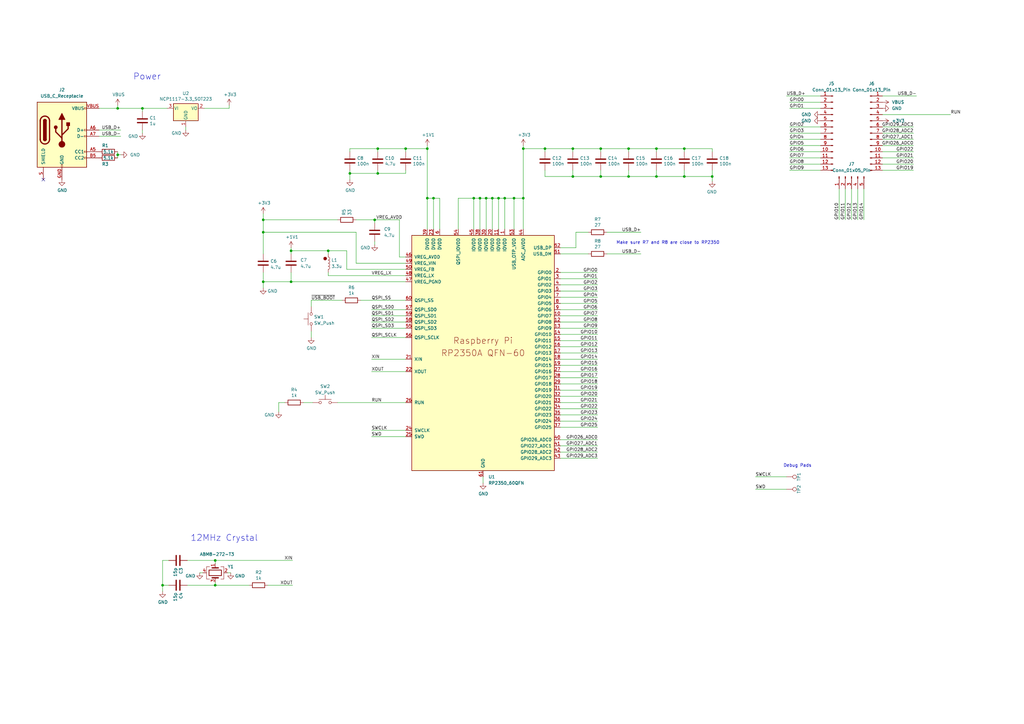
<source format=kicad_sch>
(kicad_sch (version 20250114) (generator "eeschema") (generator_version "9.0")
  (paper "A3")
  (title_block (title "DIPSTICKPRO 2354") (date "2026-01-28") (rev "0") (company "moth.monster"))
  (lib_symbols
    (symbol "+3V3_1" (power) (pin_numbers (hide yes)) (pin_names (offset 0) (hide yes))
      (property "Value" "+3V3" (at 0 3.556 0))
      (symbol "+3V3_1_0_1"
        (polyline (pts (xy -0.762 1.27) (xy 0 2.54)))
        (polyline (pts (xy 0 2.54) (xy 0.762 1.27)))
        (polyline (pts (xy 0 0) (xy 0 2.54)))
      )
      (symbol "+3V3_1_1_1"
        (pin power_in line (at 0 0 90) (length 0) (name "~") (number "1"))
      )
    )
    (symbol "Connector:Conn_01x05_Pin" (pin_names (offset 1.016) (hide yes))
      (property "Reference" "J" (at 0 7.62 0))
      (property "Value" "Conn_01x05_Pin" (at 0 -7.62 0))
      (symbol "Conn_01x05_Pin_1_1"
        (rectangle (start 0.8636 5.207) (end 0 4.953) (stroke (width 0.1524)) (fill (type outline)))
        (rectangle (start 0.8636 2.667) (end 0 2.413) (stroke (width 0.1524)) (fill (type outline)))
        (rectangle (start 0.8636 0.127) (end 0 -0.127) (stroke (width 0.1524)) (fill (type outline)))
        (rectangle (start 0.8636 -2.413) (end 0 -2.667) (stroke (width 0.1524)) (fill (type outline)))
        (rectangle (start 0.8636 -4.953) (end 0 -5.207) (stroke (width 0.1524)) (fill (type outline)))
        (polyline (pts (xy 1.27 5.08) (xy 0.8636 5.08)) (stroke (width 0.1524)))
        (polyline (pts (xy 1.27 2.54) (xy 0.8636 2.54)) (stroke (width 0.1524)))
        (polyline (pts (xy 1.27 0) (xy 0.8636 0)) (stroke (width 0.1524)))
        (polyline (pts (xy 1.27 -2.54) (xy 0.8636 -2.54)) (stroke (width 0.1524)))
        (polyline (pts (xy 1.27 -5.08) (xy 0.8636 -5.08)) (stroke (width 0.1524)))
        (pin passive line (at 5.08 5.08 180) (length 3.81) (name "Pin_1") (number "1"))
        (pin passive line (at 5.08 2.54 180) (length 3.81) (name "Pin_2") (number "2"))
        (pin passive line (at 5.08 0 180) (length 3.81) (name "Pin_3") (number "3"))
        (pin passive line (at 5.08 -2.54 180) (length 3.81) (name "Pin_4") (number "4"))
        (pin passive line (at 5.08 -5.08 180) (length 3.81) (name "Pin_5") (number "5"))
      )
    )
    (symbol "Connector:Conn_01x13_Pin" (pin_names (offset 1.016) (hide yes))
      (property "Reference" "J" (at 0 17.78 0))
      (property "Value" "Conn_01x13_Pin" (at 0 -17.78 0))
      (symbol "Conn_01x13_Pin_1_1"
        (rectangle (start 0.8636 15.367) (end 0 15.113) (stroke (width 0.1524)) (fill (type outline)))
        (rectangle (start 0.8636 12.827) (end 0 12.573) (stroke (width 0.1524)) (fill (type outline)))
        (rectangle (start 0.8636 10.287) (end 0 10.033) (stroke (width 0.1524)) (fill (type outline)))
        (rectangle (start 0.8636 7.747) (end 0 7.493) (stroke (width 0.1524)) (fill (type outline)))
        (rectangle (start 0.8636 5.207) (end 0 4.953) (stroke (width 0.1524)) (fill (type outline)))
        (rectangle (start 0.8636 2.667) (end 0 2.413) (stroke (width 0.1524)) (fill (type outline)))
        (rectangle (start 0.8636 0.127) (end 0 -0.127) (stroke (width 0.1524)) (fill (type outline)))
        (rectangle (start 0.8636 -2.413) (end 0 -2.667) (stroke (width 0.1524)) (fill (type outline)))
        (rectangle (start 0.8636 -4.953) (end 0 -5.207) (stroke (width 0.1524)) (fill (type outline)))
        (rectangle (start 0.8636 -7.493) (end 0 -7.747) (stroke (width 0.1524)) (fill (type outline)))
        (rectangle (start 0.8636 -10.033) (end 0 -10.287) (stroke (width 0.1524)) (fill (type outline)))
        (rectangle (start 0.8636 -12.573) (end 0 -12.827) (stroke (width 0.1524)) (fill (type outline)))
        (rectangle (start 0.8636 -15.113) (end 0 -15.367) (stroke (width 0.1524)) (fill (type outline)))
        (polyline (pts (xy 1.27 15.24) (xy 0.8636 15.24)) (stroke (width 0.1524)))
        (polyline (pts (xy 1.27 12.7) (xy 0.8636 12.7)) (stroke (width 0.1524)))
        (polyline (pts (xy 1.27 10.16) (xy 0.8636 10.16)) (stroke (width 0.1524)))
        (polyline (pts (xy 1.27 7.62) (xy 0.8636 7.62)) (stroke (width 0.1524)))
        (polyline (pts (xy 1.27 5.08) (xy 0.8636 5.08)) (stroke (width 0.1524)))
        (polyline (pts (xy 1.27 2.54) (xy 0.8636 2.54)) (stroke (width 0.1524)))
        (polyline (pts (xy 1.27 0) (xy 0.8636 0)) (stroke (width 0.1524)))
        (polyline (pts (xy 1.27 -2.54) (xy 0.8636 -2.54)) (stroke (width 0.1524)))
        (polyline (pts (xy 1.27 -5.08) (xy 0.8636 -5.08)) (stroke (width 0.1524)))
        (polyline (pts (xy 1.27 -7.62) (xy 0.8636 -7.62)) (stroke (width 0.1524)))
        (polyline (pts (xy 1.27 -10.16) (xy 0.8636 -10.16)) (stroke (width 0.1524)))
        (polyline (pts (xy 1.27 -12.7) (xy 0.8636 -12.7)) (stroke (width 0.1524)))
        (polyline (pts (xy 1.27 -15.24) (xy 0.8636 -15.24)) (stroke (width 0.1524)))
        (pin passive line (at 5.08 15.24 180) (length 3.81) (name "Pin_1") (number "1"))
        (pin passive line (at 5.08 12.7 180) (length 3.81) (name "Pin_2") (number "2"))
        (pin passive line (at 5.08 10.16 180) (length 3.81) (name "Pin_3") (number "3"))
        (pin passive line (at 5.08 7.62 180) (length 3.81) (name "Pin_4") (number "4"))
        (pin passive line (at 5.08 5.08 180) (length 3.81) (name "Pin_5") (number "5"))
        (pin passive line (at 5.08 2.54 180) (length 3.81) (name "Pin_6") (number "6"))
        (pin passive line (at 5.08 0 180) (length 3.81) (name "Pin_7") (number "7"))
        (pin passive line (at 5.08 -2.54 180) (length 3.81) (name "Pin_8") (number "8"))
        (pin passive line (at 5.08 -5.08 180) (length 3.81) (name "Pin_9") (number "9"))
        (pin passive line (at 5.08 -7.62 180) (length 3.81) (name "Pin_10") (number "10"))
        (pin passive line (at 5.08 -10.16 180) (length 3.81) (name "Pin_11") (number "11"))
        (pin passive line (at 5.08 -12.7 180) (length 3.81) (name "Pin_12") (number "12"))
        (pin passive line (at 5.08 -15.24 180) (length 3.81) (name "Pin_13") (number "13"))
      )
    )
    (symbol "Device:C" (pin_numbers (hide yes)) (pin_names (offset 0.254))
      (property "Reference" "C" (at 0.635 2.54 0))
      (property "Value" "C" (at 0.635 -2.54 0))
      (symbol "C_0_1"
        (polyline (pts (xy -2.032 0.762) (xy 2.032 0.762)) (stroke (width 0.508)))
        (polyline (pts (xy -2.032 -0.762) (xy 2.032 -0.762)) (stroke (width 0.508)))
      )
      (symbol "C_1_1"
        (pin passive line (at 0 3.81 270) (length 2.794) (name "~") (number "1"))
        (pin passive line (at 0 -3.81 90) (length 2.794) (name "~") (number "2"))
      )
    )
    (symbol "Device:Crystal_GND24" (pin_names (offset 1.016) (hide yes))
      (property "Reference" "Y" (at 3.175 5.08 0))
      (property "Value" "Crystal_GND24" (at 3.175 3.175 0))
      (symbol "Crystal_GND24_0_1"
        (polyline (pts (xy -2.54 2.286) (xy -2.54 3.556) (xy 2.54 3.556) (xy 2.54 2.286)))
        (polyline (pts (xy -2.54 0) (xy -2.032 0)))
        (polyline (pts (xy -2.54 -2.286) (xy -2.54 -3.556) (xy 2.54 -3.556) (xy 2.54 -2.286)))
        (polyline (pts (xy -2.032 -1.27) (xy -2.032 1.27)) (stroke (width 0.508)))
        (rectangle (start -1.143 2.54) (end 1.143 -2.54) (stroke (width 0.3048)))
        (polyline (pts (xy 0 3.556) (xy 0 3.81)))
        (polyline (pts (xy 0 -3.81) (xy 0 -3.556)))
        (polyline (pts (xy 2.032 0) (xy 2.54 0)))
        (polyline (pts (xy 2.032 -1.27) (xy 2.032 1.27)) (stroke (width 0.508)))
      )
      (symbol "Crystal_GND24_1_1"
        (pin passive line (at -3.81 0 0) (length 1.27) (name "1") (number "1"))
        (pin passive line (at 0 5.08 270) (length 1.27) (name "2") (number "2"))
        (pin passive line (at 0 -5.08 90) (length 1.27) (name "4") (number "4"))
        (pin passive line (at 3.81 0 180) (length 1.27) (name "3") (number "3"))
      )
    )
    (symbol "Device:L" (pin_numbers (hide yes)) (pin_names (offset 1.016) (hide yes))
      (property "Reference" "L" (at -1.27 0 90))
      (property "Value" "L" (at 1.905 0 90))
      (symbol "L_0_1"
        (arc (start 0 2.54) (mid 0.6323 1.905) (end 0 1.27))
        (arc (start 0 1.27) (mid 0.6323 0.635) (end 0 0))
        (arc (start 0 0) (mid 0.6323 -0.635) (end 0 -1.27))
        (arc (start 0 -1.27) (mid 0.6323 -1.905) (end 0 -2.54))
      )
      (symbol "L_1_1"
        (pin passive line (at 0 3.81 270) (length 1.27) (name "1") (number "1"))
        (pin passive line (at 0 -3.81 90) (length 1.27) (name "2") (number "2"))
      )
    )
    (symbol "Device:R" (pin_numbers (hide yes)) (pin_names (offset 0))
      (property "Reference" "R" (at 2.032 0 90))
      (property "Value" "R" (at 0 0 90))
      (symbol "R_0_1"
        (rectangle (start -1.016 -2.54) (end 1.016 2.54) (stroke (width 0.254)))
      )
      (symbol "R_1_1"
        (pin passive line (at 0 3.81 270) (length 1.27) (name "~") (number "1"))
        (pin passive line (at 0 -3.81 90) (length 1.27) (name "~") (number "2"))
      )
    )
    (symbol "GND_1" (power) (pin_numbers (hide yes)) (pin_names (offset 0) (hide yes))
      (property "Value" "GND" (at 0 -3.81 0))
      (symbol "GND_1_0_1"
        (polyline (pts (xy 0 0) (xy 0 -1.27) (xy 1.27 -1.27) (xy 0 -2.54) (xy -1.27 -1.27) (xy 0 -1.27)))
      )
      (symbol "GND_1_1_1"
        (pin power_in line (at 0 0 270) (length 0) (name "~") (number "1"))
      )
    )
    (symbol "GND_2" (power) (pin_numbers (hide yes)) (pin_names (offset 0) (hide yes))
      (property "Value" "GND" (at 0 -3.81 0))
      (symbol "GND_2_0_1"
        (polyline (pts (xy 0 0) (xy 0 -1.27) (xy 1.27 -1.27) (xy 0 -2.54) (xy -1.27 -1.27) (xy 0 -1.27)))
      )
      (symbol "GND_2_1_1"
        (pin power_in line (at 0 0 270) (length 0) (name "~") (number "1"))
      )
    )
    (symbol "MCU_RaspberryPi_RP2350:RP2350_60QFN" (pin_names (offset 1.016))
      (property "Reference" "U" (at -29.21 49.53 0))
      (property "Value" "RP2350_60QFN" (at 24.13 -49.53 0))
      (symbol "RP2350_60QFN_0_0"
        (text "Raspberry Pi" (at 0 5.08 0) (effects (font (size 2.54 2.54))))
      )
      (symbol "RP2350_60QFN_0_1"
        (rectangle (start 29.21 48.26) (end -29.21 -48.26) (stroke (width 0.254)) (fill (type background)))
      )
      (symbol "RP2350_60QFN_1_0"
        (text "RP2350A QFN-60" (at 0 0 0) (effects (font (size 2.54 2.54))))
      )
      (symbol "RP2350_60QFN_1_1"
        (pin power_in line (at -31.75 39.37 0) (length 2.54) (name "VREG_AVDD") (number "46"))
        (pin power_in line (at -31.75 36.83 0) (length 2.54) (name "VREG_VIN") (number "49"))
        (pin input line (at -31.75 34.29 0) (length 2.54) (name "VREG_FB") (number "50"))
        (pin power_out line (at -31.75 31.75 0) (length 2.54) (name "VREG_LX") (number "48"))
        (pin power_in line (at -31.75 29.21 0) (length 2.54) (name "VREG_PGND") (number "47"))
        (pin bidirectional line (at -31.75 21.59 0) (length 2.54) (name "QSPI_SS") (number "60"))
        (pin bidirectional line (at -31.75 17.78 0) (length 2.54) (name "QSPI_SD0") (number "57"))
        (pin bidirectional line (at -31.75 15.24 0) (length 2.54) (name "QSPI_SD1") (number "59"))
        (pin bidirectional line (at -31.75 12.7 0) (length 2.54) (name "QSPI_SD2") (number "58"))
        (pin bidirectional line (at -31.75 10.16 0) (length 2.54) (name "QSPI_SD3") (number "55"))
        (pin output line (at -31.75 6.35 0) (length 2.54) (name "QSPI_SCLK") (number "56"))
        (pin input line (at -31.75 -2.54 0) (length 2.54) (name "XIN") (number "21"))
        (pin passive line (at -31.75 -7.62 0) (length 2.54) (name "XOUT") (number "22"))
        (pin input line (at -31.75 -20.32 0) (length 2.54) (name "RUN") (number "26"))
        (pin output line (at -31.75 -31.75 0) (length 2.54) (name "SWCLK") (number "24"))
        (pin bidirectional line (at -31.75 -34.29 0) (length 2.54) (name "SWD") (number "25"))
        (pin power_in line (at -22.86 50.8 270) (length 2.54) (name "DVDD") (number "39"))
        (pin power_in line (at -20.32 50.8 270) (length 2.54) (name "DVDD") (number "23"))
        (pin power_in line (at -17.78 50.8 270) (length 2.54) (name "DVDD") (number "6"))
        (pin power_in line (at -10.16 50.8 270) (length 2.54) (name "QSPI_IOVDD") (number "54"))
        (pin power_in line (at -3.81 50.8 270) (length 2.54) (name "IOVDD") (number "45"))
        (pin power_in line (at -1.27 50.8 270) (length 2.54) (name "IOVDD") (number "38"))
        (pin power_in line (at 0 -50.8 90) (length 2.54) (name "GND") (number "61"))
        (pin power_in line (at 1.27 50.8 270) (length 2.54) (name "IOVDD") (number "30"))
        (pin power_in line (at 3.81 50.8 270) (length 2.54) (name "IOVDD") (number "20"))
        (pin power_in line (at 6.35 50.8 270) (length 2.54) (name "IOVDD") (number "11"))
        (pin power_in line (at 8.89 50.8 270) (length 2.54) (name "IOVDD") (number "1"))
        (pin power_in line (at 12.7 50.8 270) (length 2.54) (name "USB_OTP_VDD") (number "53"))
        (pin power_in line (at 16.51 50.8 270) (length 2.54) (name "ADC_AVDD") (number "44"))
        (pin bidirectional line (at 31.75 43.18 180) (length 2.54) (name "USB_DP") (number "52"))
        (pin bidirectional line (at 31.75 40.64 180) (length 2.54) (name "USB_DM") (number "51"))
        (pin bidirectional line (at 31.75 33.02 180) (length 2.54) (name "GPIO0") (number "2"))
        (pin bidirectional line (at 31.75 30.48 180) (length 2.54) (name "GPIO1") (number "3"))
        (pin bidirectional line (at 31.75 27.94 180) (length 2.54) (name "GPIO2") (number "4"))
        (pin bidirectional line (at 31.75 25.4 180) (length 2.54) (name "GPIO3") (number "5"))
        (pin bidirectional line (at 31.75 22.86 180) (length 2.54) (name "GPIO4") (number "7"))
        (pin bidirectional line (at 31.75 20.32 180) (length 2.54) (name "GPIO5") (number "8"))
        (pin bidirectional line (at 31.75 17.78 180) (length 2.54) (name "GPIO6") (number "9"))
        (pin bidirectional line (at 31.75 15.24 180) (length 2.54) (name "GPIO7") (number "10"))
        (pin bidirectional line (at 31.75 12.7 180) (length 2.54) (name "GPIO8") (number "12"))
        (pin bidirectional line (at 31.75 10.16 180) (length 2.54) (name "GPIO9") (number "13"))
        (pin bidirectional line (at 31.75 7.62 180) (length 2.54) (name "GPIO10") (number "14"))
        (pin bidirectional line (at 31.75 5.08 180) (length 2.54) (name "GPIO11") (number "15"))
        (pin bidirectional line (at 31.75 2.54 180) (length 2.54) (name "GPIO12") (number "16"))
        (pin bidirectional line (at 31.75 0 180) (length 2.54) (name "GPIO13") (number "17"))
        (pin bidirectional line (at 31.75 -2.54 180) (length 2.54) (name "GPIO14") (number "18"))
        (pin bidirectional line (at 31.75 -5.08 180) (length 2.54) (name "GPIO15") (number "19"))
        (pin bidirectional line (at 31.75 -7.62 180) (length 2.54) (name "GPIO16") (number "27"))
        (pin bidirectional line (at 31.75 -10.16 180) (length 2.54) (name "GPIO17") (number "28"))
        (pin bidirectional line (at 31.75 -12.7 180) (length 2.54) (name "GPIO18") (number "29"))
        (pin bidirectional line (at 31.75 -15.24 180) (length 2.54) (name "GPIO19") (number "31"))
        (pin bidirectional line (at 31.75 -17.78 180) (length 2.54) (name "GPIO20") (number "32"))
        (pin bidirectional line (at 31.75 -20.32 180) (length 2.54) (name "GPIO21") (number "33"))
        (pin bidirectional line (at 31.75 -22.86 180) (length 2.54) (name "GPIO22") (number "34"))
        (pin bidirectional line (at 31.75 -25.4 180) (length 2.54) (name "GPIO23") (number "35"))
        (pin bidirectional line (at 31.75 -27.94 180) (length 2.54) (name "GPIO24") (number "36"))
        (pin bidirectional line (at 31.75 -30.48 180) (length 2.54) (name "GPIO25") (number "37"))
        (pin bidirectional line (at 31.75 -35.56 180) (length 2.54) (name "GPIO26_ADC0") (number "40"))
        (pin bidirectional line (at 31.75 -38.1 180) (length 2.54) (name "GPIO27_ADC1") (number "41"))
        (pin bidirectional line (at 31.75 -40.64 180) (length 2.54) (name "GPIO28_ADC2") (number "42"))
        (pin bidirectional line (at 31.75 -43.18 180) (length 2.54) (name "GPIO29_ADC3") (number "43"))
      )
    )
    (symbol "PCM_SparkFun-Connector:TestPoint_0.5mm" (pin_numbers (hide yes)) (pin_names (offset 0.762) (hide yes))
      (property "Reference" "TP" (at 0 5.08 0))
      (symbol "TestPoint_0.5mm_0_1"
        (circle (center 0 3.302) (radius 0.762))
      )
      (symbol "TestPoint_0.5mm_1_1"
        (pin passive line (at 0 0 90) (length 2.54) (name "1") (number "1"))
      )
    )
    (symbol "PCM_SparkFun-Connector:USB_C_Receptacle" (pin_names (offset 1.016))
      (property "Reference" "J" (at -10.16 12.7 0))
      (property "Value" "USB_C_Receptacle" (at 19.05 12.7 0))
      (symbol "USB_C_Receptacle_0_0"
        (rectangle (start -0.254 -15.24) (end 0.254 -14.224))
        (rectangle (start 10.16 9.144) (end 9.144 8.636))
        (rectangle (start 10.16 0.254) (end 9.144 -0.254))
        (rectangle (start 10.16 -2.286) (end 9.144 -2.794))
        (rectangle (start 10.16 -8.636) (end 9.144 -9.144))
        (rectangle (start 10.16 -11.176) (end 9.144 -11.684))
      )
      (symbol "USB_C_Receptacle_0_1"
        (rectangle (start -10.16 11.43) (end 10.16 -15.24) (stroke (width 0.254)) (fill (type background)))
        (polyline (pts (xy -8.89 -3.81) (xy -8.89 3.81)) (stroke (width 0.508)))
        (rectangle (start -7.62 -3.81) (end -6.35 3.81) (stroke (width 0.254)) (fill (type outline)))
        (arc (start -7.62 3.81) (mid -6.985 4.4423) (end -6.35 3.81) (stroke (width 0.254)))
        (arc (start -7.62 3.81) (mid -6.985 4.4423) (end -6.35 3.81) (stroke (width 0.254)) (fill (type outline)))
        (arc (start -8.89 3.81) (mid -6.985 5.7067) (end -5.08 3.81) (stroke (width 0.508)))
        (arc (start -5.08 -3.81) (mid -6.985 -5.7067) (end -8.89 -3.81) (stroke (width 0.508)))
        (arc (start -6.35 -3.81) (mid -6.985 -4.4423) (end -7.62 -3.81) (stroke (width 0.254)))
        (arc (start -6.35 -3.81) (mid -6.985 -4.4423) (end -7.62 -3.81) (stroke (width 0.254)) (fill (type outline)))
        (polyline (pts (xy -5.08 3.81) (xy -5.08 -3.81)) (stroke (width 0.508)))
        (circle (center -2.54 1.143) (radius 0.635) (stroke (width 0.254)) (fill (type outline)))
        (polyline (pts (xy -1.27 4.318) (xy 0 6.858) (xy 1.27 4.318) (xy -1.27 4.318)) (stroke (width 0.254)) (fill (type outline)))
        (polyline (pts (xy 0 -2.032) (xy 2.54 0.508) (xy 2.54 1.778)) (stroke (width 0.508)))
        (polyline (pts (xy 0 -3.302) (xy -2.54 -0.762) (xy -2.54 0.508)) (stroke (width 0.508)))
        (polyline (pts (xy 0 -5.842) (xy 0 4.318)) (stroke (width 0.508)))
        (circle (center 0 -5.842) (radius 1.27) (fill (type outline)))
        (rectangle (start 1.905 1.778) (end 3.175 3.048) (stroke (width 0.254)) (fill (type outline)))
      )
      (symbol "USB_C_Receptacle_1_1"
        (pin passive line (at -7.62 -20.32 90) (length 5.08) (name "SHIELD") (number "S"))
        (pin no_connect line (at -5.08 -15.24 90) (length 5.08) (hide yes) (name "NC") (number "NC1"))
        (pin no_connect line (at -3.81 -15.24 90) (length 5.08) (hide yes) (name "NC") (number "NC2"))
        (pin no_connect line (at -2.54 -15.24 90) (length 5.08) (hide yes) (name "NC") (number "NC3"))
        (pin passive line (at 0 -20.32 90) (length 5.08) (name "GND") (number "GND"))
        (pin no_connect line (at 2.54 -15.24 90) (length 5.08) (hide yes) (name "NC") (number "A8"))
        (pin no_connect line (at 3.81 -15.24 90) (length 5.08) (hide yes) (name "NC") (number "B8"))
        (pin power_out line (at 15.24 8.89 180) (length 5.08) (name "VBUS") (number "VBUS"))
        (pin bidirectional line (at 15.24 0 180) (length 5.08) (name "D+") (number "A6"))
        (pin bidirectional line (at 15.24 0 180) (length 5.08) (hide yes) (name "D+") (number "B6"))
        (pin bidirectional line (at 15.24 -2.54 180) (length 5.08) (name "D-") (number "A7"))
        (pin bidirectional line (at 15.24 -2.54 180) (length 5.08) (hide yes) (name "D-") (number "B7"))
        (pin bidirectional line (at 15.24 -8.89 180) (length 5.08) (name "CC1") (number "A5"))
        (pin bidirectional line (at 15.24 -11.43 180) (length 5.08) (name "CC2") (number "B5"))
      )
    )
    (symbol "Regulator_Linear:NCP1117-3.3_SOT223" (pin_names (offset 0.254))
      (property "Reference" "U" (at -3.81 3.175 0))
      (property "Value" "NCP1117-3.3_SOT223" (at 0 3.175 0))
      (symbol "NCP1117-3.3_SOT223_0_1"
        (rectangle (start -5.08 -5.08) (end 5.08 1.905) (stroke (width 0.254)) (fill (type background)))
      )
      (symbol "NCP1117-3.3_SOT223_1_1"
        (pin power_in line (at -7.62 0 0) (length 2.54) (name "VI") (number "3"))
        (pin power_in line (at 0 -7.62 90) (length 2.54) (name "GND") (number "1"))
        (pin power_out line (at 7.62 0 180) (length 2.54) (name "VO") (number "2"))
      )
    )
    (symbol "Switch:SW_Push" (pin_numbers (hide yes)) (pin_names (offset 1.016) (hide yes))
      (property "Reference" "SW" (at 1.27 2.54 0))
      (property "Value" "SW_Push" (at 0 -1.524 0))
      (symbol "SW_Push_0_1"
        (circle (center -2.032 0) (radius 0.508))
        (polyline (pts (xy 0 1.27) (xy 0 3.048)))
        (circle (center 2.032 0) (radius 0.508))
        (polyline (pts (xy 2.54 1.27) (xy -2.54 1.27)))
        (pin passive line (at -5.08 0 0) (length 2.54) (name "1") (number "1"))
        (pin passive line (at 5.08 0 180) (length 2.54) (name "2") (number "2"))
      )
    )
    (symbol "VBUS_1" (power) (pin_numbers (hide yes)) (pin_names (offset 0) (hide yes))
      (property "Value" "VBUS" (at 0 3.556 0))
      (symbol "VBUS_1_0_1"
        (polyline (pts (xy -0.762 1.27) (xy 0 2.54)))
        (polyline (pts (xy 0 2.54) (xy 0.762 1.27)))
        (polyline (pts (xy 0 0) (xy 0 2.54)))
      )
      (symbol "VBUS_1_1_1"
        (pin power_in line (at 0 0 90) (length 0) (name "~") (number "1"))
      )
    )
    (symbol "power:+1V1" (power) (pin_names (offset 0))
      (property "Value" "+1V1" (at 0 3.556 0))
      (symbol "+1V1_0_1"
        (polyline (pts (xy -0.762 1.27) (xy 0 2.54)))
        (polyline (pts (xy 0 2.54) (xy 0.762 1.27)))
        (polyline (pts (xy 0 0) (xy 0 2.54)))
      )
      (symbol "+1V1_1_1"
        (pin power_in line (at 0 0 90) (length 0) (hide yes) (name "+1V1") (number "1"))
      )
    )
    (symbol "power:+3V3" (power) (pin_names (offset 0))
      (property "Value" "+3V3" (at 0 3.556 0))
      (symbol "+3V3_0_1"
        (polyline (pts (xy -0.762 1.27) (xy 0 2.54)))
        (polyline (pts (xy 0 2.54) (xy 0.762 1.27)))
        (polyline (pts (xy 0 0) (xy 0 2.54)))
      )
      (symbol "+3V3_1_1"
        (pin power_in line (at 0 0 90) (length 0) (hide yes) (name "+3V3") (number "1"))
      )
    )
    (symbol "power:GND" (power) (pin_names (offset 0))
      (property "Value" "GND" (at 0 -3.81 0))
      (symbol "GND_0_1"
        (polyline (pts (xy 0 0) (xy 0 -1.27) (xy 1.27 -1.27) (xy 0 -2.54) (xy -1.27 -1.27) (xy 0 -1.27)))
      )
      (symbol "GND_1_1"
        (pin power_in line (at 0 0 270) (length 0) (hide yes) (name "GND") (number "1"))
      )
    )
    (symbol "power:VBUS" (power) (pin_names (offset 0))
      (property "Value" "VBUS" (at 0 3.81 0))
      (symbol "VBUS_0_1"
        (polyline (pts (xy -0.762 1.27) (xy 0 2.54)))
        (polyline (pts (xy 0 2.54) (xy 0.762 1.27)))
        (polyline (pts (xy 0 0) (xy 0 2.54)))
      )
      (symbol "VBUS_1_1"
        (pin power_in line (at 0 0 90) (length 0) (hide yes) (name "VBUS") (number "1"))
      )
    )
  )
  (circle (center 133.35 106.045) (radius 0.635) (stroke (width 0) (color 132 0 0 1)) (fill (type color) (color 132 0 0 1)))
  (text "Debug Pads" (at 321.31 191.77 0) (effects (font (size 1.27 1.27)) (justify left bottom)))
  (text "Make sure R7 and R8 are close to RP2350\n" (at 252.73 100.33 0) (effects (font (size 1.27 1.27)) (justify left bottom)))
  (text "12MHz Crystal" (at 78.105 222.25 0) (effects (font (size 2.54 2.54)) (justify left bottom)))
  (text "Power" (at 54.61 33.02 0) (effects (font (size 2.54 2.54)) (justify left bottom)))
  (junction (at 257.81 60.96))
  (junction (at 153.67 90.17))
  (junction (at 119.38 102.87))
  (junction (at 194.31 81.28))
  (junction (at 280.67 72.39))
  (junction (at 175.26 81.28))
  (junction (at 154.94 71.12))
  (junction (at 214.63 60.96))
  (junction (at 196.85 81.28))
  (junction (at 88.265 229.87))
  (junction (at 48.26 44.45))
  (junction (at 134.62 102.87))
  (junction (at 119.38 115.57))
  (junction (at 223.52 60.96))
  (junction (at 210.82 81.28))
  (junction (at 66.675 240.03))
  (junction (at 154.94 60.96))
  (junction (at 207.01 81.28))
  (junction (at 269.24 72.39))
  (junction (at 292.1 72.39))
  (junction (at 246.38 72.39))
  (junction (at 204.47 81.28))
  (junction (at 199.39 81.28))
  (junction (at 175.26 60.96))
  (junction (at 107.95 115.57))
  (junction (at 280.67 60.96))
  (junction (at 257.81 72.39))
  (junction (at 269.24 60.96))
  (junction (at 58.42 44.45))
  (junction (at 166.37 60.96))
  (junction (at 234.95 60.96))
  (junction (at 88.265 240.03))
  (junction (at 48.26 63.5))
  (junction (at 234.95 72.39))
  (junction (at 214.63 81.28))
  (junction (at 107.95 90.17))
  (junction (at 177.8 81.28))
  (junction (at 246.38 60.96))
  (junction (at 201.93 81.28))
  (junction (at 107.95 95.25))
  (junction (at 143.51 71.12))
  (no_connect (at 17.78 73.66))
  (wire (pts (xy 229.87 127) (xy 245.11 127)))
  (wire (pts (xy 153.67 100.33) (xy 153.67 99.06)))
  (wire (pts (xy 351.79 90.17) (xy 351.79 77.47)))
  (wire (pts (xy 146.05 95.25) (xy 146.05 107.95)))
  (wire (pts (xy 229.87 185.42) (xy 245.11 185.42)))
  (wire (pts (xy 154.94 60.96) (xy 166.37 60.96)))
  (wire (pts (xy 229.87 129.54) (xy 245.11 129.54)))
  (wire (pts (xy 93.98 44.45) (xy 93.98 43.18)))
  (wire (pts (xy 88.265 231.14) (xy 88.265 229.87)))
  (wire (pts (xy 234.95 62.23) (xy 234.95 60.96)))
  (wire (pts (xy 234.95 69.85) (xy 234.95 72.39)))
  (wire (pts (xy 163.83 90.17) (xy 163.83 105.41)))
  (wire (pts (xy 207.01 81.28) (xy 210.82 81.28)))
  (wire (pts (xy 361.95 62.23) (xy 374.65 62.23)))
  (wire (pts (xy 154.94 62.23) (xy 154.94 60.96)))
  (wire (pts (xy 166.37 138.43) (xy 152.4 138.43)))
  (wire (pts (xy 154.94 71.12) (xy 166.37 71.12)))
  (wire (pts (xy 229.87 167.64) (xy 245.11 167.64)))
  (wire (pts (xy 229.87 111.76) (xy 245.11 111.76)))
  (wire (pts (xy 143.51 69.85) (xy 143.51 71.12)))
  (wire (pts (xy 48.26 43.18) (xy 48.26 44.45)))
  (wire (pts (xy 153.67 90.17) (xy 163.83 90.17)))
  (wire (pts (xy 229.87 162.56) (xy 245.11 162.56)))
  (wire (pts (xy 323.85 69.85) (xy 336.55 69.85)))
  (wire (pts (xy 246.38 62.23) (xy 246.38 60.96)))
  (wire (pts (xy 127.635 123.19) (xy 127.635 125.73)))
  (wire (pts (xy 166.37 176.53) (xy 152.4 176.53)))
  (wire (pts (xy 107.95 90.17) (xy 107.95 95.25)))
  (wire (pts (xy 223.52 62.23) (xy 223.52 60.96)))
  (wire (pts (xy 88.265 240.03) (xy 102.235 240.03)))
  (wire (pts (xy 223.52 69.85) (xy 223.52 72.39)))
  (wire (pts (xy 323.85 41.91) (xy 336.55 41.91)))
  (wire (pts (xy 323.85 57.15) (xy 336.55 57.15)))
  (wire (pts (xy 107.95 95.25) (xy 146.05 95.25)))
  (wire (pts (xy 107.95 95.25) (xy 107.95 104.14)))
  (wire (pts (xy 66.675 240.03) (xy 66.675 242.57)))
  (wire (pts (xy 199.39 93.98) (xy 199.39 81.28)))
  (wire (pts (xy 361.95 39.37) (xy 375.92 39.37)))
  (wire (pts (xy 361.95 54.61) (xy 374.65 54.61)))
  (wire (pts (xy 48.26 63.5) (xy 48.26 64.77)))
  (wire (pts (xy 187.96 93.98) (xy 187.96 81.28)))
  (wire (pts (xy 361.95 59.69) (xy 374.65 59.69)))
  (wire (pts (xy 66.675 229.87) (xy 66.675 240.03)))
  (wire (pts (xy 210.82 81.28) (xy 214.63 81.28)))
  (wire (pts (xy 257.81 60.96) (xy 269.24 60.96)))
  (wire (pts (xy 69.215 229.87) (xy 66.675 229.87)))
  (wire (pts (xy 153.67 90.17) (xy 153.67 91.44)))
  (wire (pts (xy 269.24 72.39) (xy 257.81 72.39)))
  (wire (pts (xy 229.87 175.26) (xy 245.11 175.26)))
  (wire (pts (xy 201.93 81.28) (xy 204.47 81.28)))
  (wire (pts (xy 40.64 55.88) (xy 49.53 55.88)))
  (wire (pts (xy 234.95 72.39) (xy 223.52 72.39)))
  (wire (pts (xy 269.24 69.85) (xy 269.24 72.39)))
  (wire (pts (xy 175.26 60.96) (xy 175.26 81.28)))
  (wire (pts (xy 196.85 81.28) (xy 199.39 81.28)))
  (wire (pts (xy 229.87 139.7) (xy 245.11 139.7)))
  (wire (pts (xy 201.93 93.98) (xy 201.93 81.28)))
  (wire (pts (xy 146.05 107.95) (xy 166.37 107.95)))
  (wire (pts (xy 199.39 81.28) (xy 201.93 81.28)))
  (wire (pts (xy 58.42 45.72) (xy 58.42 44.45)))
  (wire (pts (xy 107.95 87.63) (xy 107.95 90.17)))
  (wire (pts (xy 323.85 67.31) (xy 336.55 67.31)))
  (wire (pts (xy 107.95 115.57) (xy 119.38 115.57)))
  (wire (pts (xy 229.87 132.08) (xy 245.11 132.08)))
  (wire (pts (xy 116.84 165.1) (xy 114.3 165.1)))
  (wire (pts (xy 234.95 60.96) (xy 246.38 60.96)))
  (wire (pts (xy 119.38 104.14) (xy 119.38 102.87)))
  (wire (pts (xy 229.87 114.3) (xy 245.11 114.3)))
  (wire (pts (xy 166.37 123.19) (xy 147.955 123.19)))
  (wire (pts (xy 344.17 90.17) (xy 344.17 77.47)))
  (wire (pts (xy 143.51 62.23) (xy 143.51 60.96)))
  (wire (pts (xy 107.95 111.76) (xy 107.95 115.57)))
  (wire (pts (xy 323.85 59.69) (xy 336.55 59.69)))
  (wire (pts (xy 166.37 110.49) (xy 142.24 110.49)))
  (wire (pts (xy 229.87 172.72) (xy 245.11 172.72)))
  (wire (pts (xy 140.335 123.19) (xy 127.635 123.19)))
  (wire (pts (xy 309.88 200.66) (xy 322.58 200.66)))
  (wire (pts (xy 323.85 44.45) (xy 336.55 44.45)))
  (wire (pts (xy 229.87 187.96) (xy 245.11 187.96)))
  (wire (pts (xy 248.92 104.14) (xy 262.89 104.14)))
  (wire (pts (xy 175.26 81.28) (xy 175.26 93.98)))
  (wire (pts (xy 346.71 90.17) (xy 346.71 77.47)))
  (wire (pts (xy 214.63 81.28) (xy 214.63 93.98)))
  (wire (pts (xy 119.38 101.6) (xy 119.38 102.87)))
  (wire (pts (xy 109.855 240.03) (xy 120.015 240.03)))
  (wire (pts (xy 76.835 240.03) (xy 88.265 240.03)))
  (wire (pts (xy 119.38 115.57) (xy 166.37 115.57)))
  (wire (pts (xy 107.95 115.57) (xy 107.95 118.11)))
  (wire (pts (xy 48.26 44.45) (xy 58.42 44.45)))
  (wire (pts (xy 69.215 240.03) (xy 66.675 240.03)))
  (wire (pts (xy 107.95 90.17) (xy 138.43 90.17)))
  (wire (pts (xy 323.85 52.07) (xy 336.55 52.07)))
  (wire (pts (xy 143.51 71.12) (xy 143.51 73.66)))
  (wire (pts (xy 204.47 81.28) (xy 207.01 81.28)))
  (wire (pts (xy 83.82 44.45) (xy 93.98 44.45)))
  (wire (pts (xy 229.87 170.18) (xy 245.11 170.18)))
  (wire (pts (xy 154.94 69.85) (xy 154.94 71.12)))
  (wire (pts (xy 269.24 60.96) (xy 280.67 60.96)))
  (wire (pts (xy 292.1 69.85) (xy 292.1 72.39)))
  (wire (pts (xy 152.4 147.32) (xy 166.37 147.32)))
  (wire (pts (xy 198.12 195.58) (xy 198.12 198.12)))
  (wire (pts (xy 152.4 132.08) (xy 166.37 132.08)))
  (wire (pts (xy 81.915 234.95) (xy 83.185 234.95)))
  (wire (pts (xy 361.95 46.99) (xy 389.89 46.99)))
  (wire (pts (xy 58.42 53.34) (xy 58.42 54.61)))
  (wire (pts (xy 180.34 81.28) (xy 180.34 93.98)))
  (wire (pts (xy 194.31 93.98) (xy 194.31 81.28)))
  (wire (pts (xy 229.87 182.88) (xy 245.11 182.88)))
  (wire (pts (xy 349.25 90.17) (xy 349.25 77.47)))
  (wire (pts (xy 229.87 116.84) (xy 245.11 116.84)))
  (wire (pts (xy 143.51 60.96) (xy 154.94 60.96)))
  (wire (pts (xy 142.24 110.49) (xy 142.24 102.87)))
  (wire (pts (xy 323.85 54.61) (xy 336.55 54.61)))
  (wire (pts (xy 229.87 137.16) (xy 245.11 137.16)))
  (wire (pts (xy 280.67 62.23) (xy 280.67 60.96)))
  (wire (pts (xy 152.4 127) (xy 166.37 127)))
  (wire (pts (xy 236.22 95.25) (xy 236.22 101.6)))
  (wire (pts (xy 229.87 144.78) (xy 245.11 144.78)))
  (wire (pts (xy 361.95 67.31) (xy 374.65 67.31)))
  (wire (pts (xy 257.81 69.85) (xy 257.81 72.39)))
  (wire (pts (xy 214.63 59.69) (xy 214.63 60.96)))
  (wire (pts (xy 257.81 62.23) (xy 257.81 60.96)))
  (wire (pts (xy 229.87 154.94) (xy 245.11 154.94)))
  (wire (pts (xy 146.05 90.17) (xy 153.67 90.17)))
  (wire (pts (xy 152.4 129.54) (xy 166.37 129.54)))
  (wire (pts (xy 152.4 134.62) (xy 166.37 134.62)))
  (wire (pts (xy 269.24 62.23) (xy 269.24 60.96)))
  (wire (pts (xy 229.87 134.62) (xy 245.11 134.62)))
  (wire (pts (xy 124.46 165.1) (xy 128.27 165.1)))
  (wire (pts (xy 127.635 135.89) (xy 127.635 138.43)))
  (wire (pts (xy 280.67 72.39) (xy 269.24 72.39)))
  (wire (pts (xy 166.37 60.96) (xy 175.26 60.96)))
  (wire (pts (xy 229.87 160.02) (xy 245.11 160.02)))
  (wire (pts (xy 246.38 60.96) (xy 257.81 60.96)))
  (wire (pts (xy 257.81 72.39) (xy 246.38 72.39)))
  (wire (pts (xy 214.63 60.96) (xy 223.52 60.96)))
  (wire (pts (xy 134.62 113.03) (xy 166.37 113.03)))
  (wire (pts (xy 119.38 111.76) (xy 119.38 115.57)))
  (wire (pts (xy 229.87 149.86) (xy 245.11 149.86)))
  (wire (pts (xy 119.38 102.87) (xy 134.62 102.87)))
  (wire (pts (xy 246.38 69.85) (xy 246.38 72.39)))
  (wire (pts (xy 166.37 179.07) (xy 152.4 179.07)))
  (wire (pts (xy 48.26 63.5) (xy 49.53 63.5)))
  (wire (pts (xy 236.22 95.25) (xy 241.3 95.25)))
  (wire (pts (xy 361.95 64.77) (xy 374.65 64.77)))
  (wire (pts (xy 177.8 81.28) (xy 180.34 81.28)))
  (wire (pts (xy 93.345 234.95) (xy 94.615 234.95)))
  (wire (pts (xy 196.85 93.98) (xy 196.85 81.28)))
  (wire (pts (xy 48.26 62.23) (xy 48.26 63.5)))
  (wire (pts (xy 229.87 165.1) (xy 245.11 165.1)))
  (wire (pts (xy 323.85 62.23) (xy 336.55 62.23)))
  (wire (pts (xy 248.92 95.25) (xy 262.89 95.25)))
  (wire (pts (xy 361.95 69.85) (xy 374.65 69.85)))
  (wire (pts (xy 210.82 93.98) (xy 210.82 81.28)))
  (wire (pts (xy 175.26 59.69) (xy 175.26 60.96)))
  (wire (pts (xy 309.88 195.58) (xy 322.58 195.58)))
  (wire (pts (xy 229.87 119.38) (xy 245.11 119.38)))
  (wire (pts (xy 280.67 72.39) (xy 292.1 72.39)))
  (wire (pts (xy 292.1 72.39) (xy 292.1 74.295)))
  (wire (pts (xy 134.62 113.03) (xy 134.62 111.76)))
  (wire (pts (xy 229.87 157.48) (xy 245.11 157.48)))
  (wire (pts (xy 229.87 180.34) (xy 245.11 180.34)))
  (wire (pts (xy 280.67 60.96) (xy 292.1 60.96)))
  (wire (pts (xy 323.85 64.77) (xy 336.55 64.77)))
  (wire (pts (xy 194.31 81.28) (xy 196.85 81.28)))
  (wire (pts (xy 204.47 93.98) (xy 204.47 81.28)))
  (wire (pts (xy 229.87 152.4) (xy 245.11 152.4)))
  (wire (pts (xy 134.62 102.87) (xy 134.62 104.14)))
  (wire (pts (xy 76.2 52.07) (xy 76.2 53.34)))
  (wire (pts (xy 229.87 147.32) (xy 245.11 147.32)))
  (wire (pts (xy 354.33 90.17) (xy 354.33 77.47)))
  (wire (pts (xy 40.64 53.34) (xy 49.53 53.34)))
  (wire (pts (xy 166.37 62.23) (xy 166.37 60.96)))
  (wire (pts (xy 229.87 101.6) (xy 236.22 101.6)))
  (wire (pts (xy 246.38 72.39) (xy 234.95 72.39)))
  (wire (pts (xy 143.51 71.12) (xy 154.94 71.12)))
  (wire (pts (xy 361.95 57.15) (xy 374.65 57.15)))
  (wire (pts (xy 187.96 81.28) (xy 194.31 81.28)))
  (wire (pts (xy 361.95 52.07) (xy 374.65 52.07)))
  (wire (pts (xy 40.64 44.45) (xy 48.26 44.45)))
  (wire (pts (xy 177.8 81.28) (xy 175.26 81.28)))
  (wire (pts (xy 68.58 44.45) (xy 58.42 44.45)))
  (wire (pts (xy 207.01 81.28) (xy 207.01 93.98)))
  (wire (pts (xy 88.265 229.87) (xy 120.015 229.87)))
  (wire (pts (xy 336.55 39.37) (xy 322.58 39.37)))
  (wire (pts (xy 229.87 104.14) (xy 241.3 104.14)))
  (wire (pts (xy 142.24 102.87) (xy 134.62 102.87)))
  (wire (pts (xy 114.3 165.1) (xy 114.3 168.91)))
  (wire (pts (xy 88.265 238.76) (xy 88.265 240.03)))
  (wire (pts (xy 229.87 124.46) (xy 245.11 124.46)))
  (wire (pts (xy 229.87 142.24) (xy 245.11 142.24)))
  (wire (pts (xy 214.63 60.96) (xy 214.63 81.28)))
  (wire (pts (xy 229.87 121.92) (xy 245.11 121.92)))
  (wire (pts (xy 163.83 105.41) (xy 166.37 105.41)))
  (wire (pts (xy 223.52 60.96) (xy 234.95 60.96)))
  (wire (pts (xy 166.37 152.4) (xy 152.4 152.4)))
  (wire (pts (xy 292.1 62.23) (xy 292.1 60.96)))
  (wire (pts (xy 76.835 229.87) (xy 88.265 229.87)))
  (wire (pts (xy 166.37 71.12) (xy 166.37 69.85)))
  (wire (pts (xy 177.8 93.98) (xy 177.8 81.28)))
  (wire (pts (xy 138.43 165.1) (xy 166.37 165.1)))
  (wire (pts (xy 280.67 69.85) (xy 280.67 72.39)))
  (label "XIN" (at 152.4 147.32 0))
  (label "GPIO9" (at 323.85 69.85 0))
  (label "USB_D+" (at 262.89 95.25 180))
  (label "GPIO26_ADC0" (at 245.11 180.34 180))
  (label "GPIO2" (at 323.85 52.07 0))
  (label "GPIO26_ADC0" (at 374.65 59.69 180))
  (label "XOUT" (at 152.4 152.4 0))
  (label "GPIO2" (at 245.11 116.84 180))
  (label "GPIO1" (at 245.11 114.3 180))
  (label "USB_D+" (at 322.58 39.37 0))
  (label "USB_D-" (at 375.92 39.37 180))
  (label "GPIO12" (at 349.25 90.17 90))
  (label "GPIO0" (at 245.11 111.76 180))
  (label "RUN" (at 389.89 46.99 0))
  (label "GPIO14" (at 245.11 147.32 180))
  (label "RUN" (at 152.4 165.1 0))
  (label "QSPI_SD0" (at 152.4 127 0))
  (label "QSPI_SS" (at 152.4 123.19 0))
  (label "SWCLK" (at 152.4 176.53 0))
  (label "GPIO0" (at 323.85 41.91 0))
  (label "GPIO3" (at 323.85 54.61 0))
  (label "GPIO13" (at 351.79 90.17 90))
  (label "GPIO28_ADC2" (at 374.65 54.61 180))
  (label "GPIO6" (at 323.85 62.23 0))
  (label "GPIO21" (at 374.65 64.77 180))
  (label "GPIO25" (at 245.11 175.26 180))
  (label "SWCLK" (at 309.88 195.58 0))
  (label "GPIO24" (at 245.11 172.72 180))
  (label "GPIO4" (at 245.11 121.92 180))
  (label "GPIO5" (at 323.85 59.69 0))
  (label "GPIO29_ADC3" (at 374.65 52.07 180))
  (label "XOUT" (at 120.015 240.03 180))
  (label "GPIO4" (at 323.85 57.15 0))
  (label "GPIO5" (at 245.11 124.46 180))
  (label "QSPI_SD2" (at 152.4 132.08 0))
  (label "GPIO19" (at 245.11 160.02 180))
  (label "USB_D+" (at 49.53 53.34 180))
  (label "USB_D-" (at 262.89 104.14 180))
  (label "GPIO8" (at 245.11 132.08 180))
  (label "GPIO7" (at 323.85 64.77 0))
  (label "~{USB_BOOT}" (at 127.635 123.19 0))
  (label "XIN" (at 120.015 229.87 180))
  (label "GPIO1" (at 323.85 44.45 0))
  (label "GPIO8" (at 323.85 67.31 0))
  (label "GPIO10" (at 245.11 137.16 180))
  (label "VREG_AVDD" (at 154.305 90.17 0))
  (label "GPIO18" (at 245.11 157.48 180))
  (label "GPIO9" (at 245.11 134.62 180))
  (label "GPIO20" (at 245.11 162.56 180))
  (label "GPIO27_ADC1" (at 374.65 57.15 180))
  (label "USB_D-" (at 49.53 55.88 180))
  (label "GPIO12" (at 245.11 142.24 180))
  (label "GPIO22" (at 245.11 167.64 180))
  (label "QSPI_SD1" (at 152.4 129.54 0))
  (label "QSPI_SCLK" (at 152.4 138.43 0))
  (label "GPIO13" (at 245.11 144.78 180))
  (label "GPIO17" (at 245.11 154.94 180))
  (label "GPIO29_ADC3" (at 245.11 187.96 180))
  (label "GPIO20" (at 374.65 67.31 180))
  (label "GPIO28_ADC2" (at 245.11 185.42 180))
  (label "SWD" (at 309.88 200.66 0))
  (label "GPIO27_ADC1" (at 245.11 182.88 180))
  (label "GPIO3" (at 245.11 119.38 180))
  (label "GPIO22" (at 374.65 62.23 180))
  (label "GPIO11" (at 245.11 139.7 180))
  (label "GPIO10" (at 344.17 90.17 90))
  (label "VREG_LX" (at 152.4 113.03 0))
  (label "SWD" (at 152.4 179.07 0))
  (label "GPIO7" (at 245.11 129.54 180))
  (label "GPIO19" (at 374.65 69.85 180))
  (label "GPIO6" (at 245.11 127 180))
  (label "GPIO14" (at 354.33 90.17 90))
  (label "GPIO15" (at 245.11 149.86 180))
  (label "GPIO11" (at 346.71 90.17 90))
  (label "GPIO21" (at 245.11 165.1 180))
  (label "GPIO16" (at 245.11 152.4 180))
  (label "QSPI_SD3" (at 152.4 134.62 0))
  (label "GPIO23" (at 245.11 170.18 180))
  (symbol (lib_id "power:GND") (at 198.12 198.12 0) (unit 1)
    (property "Reference" "#PWR021" (effects (hide yes)))
    (property "Value" "GND" (at 198.247 202.5142 0))
  )
  (symbol (lib_id "Device:R") (at 245.11 95.25 270) (unit 1)
    (property "Reference" "R7" (at 245.11 89.9922 90))
    (property "Value" "27" (at 245.11 92.3036 90))
    (property "Footprint" "Resistor_SMD:R_0402_1005Metric" (effects (hide yes)))
  )
  (symbol (lib_id "Device:R") (at 245.11 104.14 270) (unit 1)
    (property "Reference" "R8" (at 245.11 98.8822 90))
    (property "Value" "27" (at 245.11 101.1936 90))
    (property "Footprint" "Resistor_SMD:R_0402_1005Metric" (effects (hide yes)))
  )
  (symbol (lib_id "power:GND") (at 25.4 73.66 0) (unit 1)
    (property "Reference" "#PWR01" (effects (hide yes)))
    (property "Value" "GND" (at 25.527 78.0542 0))
  )
  (symbol (lib_id "power:+3V3") (at 214.63 59.69 0) (unit 1)
    (property "Reference" "#PWR022" (effects (hide yes)))
    (property "Value" "+3V3" (at 215.011 55.2958 0))
  )
  (symbol (lib_id "Device:C") (at 223.52 66.04 0) (unit 1)
    (property "Reference" "C12" (at 226.441 64.8716 0) (effects (justify left)))
    (property "Value" "100n" (at 226.441 67.183 0) (effects (justify left)))
    (property "Footprint" "Capacitor_SMD:C_0402_1005Metric" (effects (hide yes)))
  )
  (symbol (lib_id "Device:C") (at 234.95 66.04 0) (unit 1)
    (property "Reference" "C13" (at 237.871 64.8716 0) (effects (justify left)))
    (property "Value" "100n" (at 237.871 67.183 0) (effects (justify left)))
    (property "Footprint" "Capacitor_SMD:C_0402_1005Metric" (effects (hide yes)))
  )
  (symbol (lib_id "Device:C") (at 246.38 66.04 0) (unit 1)
    (property "Reference" "C14" (at 249.301 64.8716 0) (effects (justify left)))
    (property "Value" "100n" (at 249.301 67.183 0) (effects (justify left)))
    (property "Footprint" "Capacitor_SMD:C_0402_1005Metric" (effects (hide yes)))
  )
  (symbol (lib_id "Device:C") (at 257.81 66.04 0) (unit 1)
    (property "Reference" "C15" (at 260.731 64.8716 0) (effects (justify left)))
    (property "Value" "100n" (at 260.731 67.183 0) (effects (justify left)))
    (property "Footprint" "Capacitor_SMD:C_0402_1005Metric" (effects (hide yes)))
  )
  (symbol (lib_id "Device:C") (at 269.24 66.04 0) (unit 1)
    (property "Reference" "C16" (at 272.161 64.8716 0) (effects (justify left)))
    (property "Value" "100n" (at 272.161 67.183 0) (effects (justify left)))
    (property "Footprint" "Capacitor_SMD:C_0402_1005Metric" (effects (hide yes)))
  )
  (symbol (lib_id "Device:C") (at 280.67 66.04 0) (unit 1)
    (property "Reference" "C17" (at 283.591 64.8716 0) (effects (justify left)))
    (property "Value" "100n" (at 283.591 67.183 0) (effects (justify left)))
    (property "Footprint" "Capacitor_SMD:C_0402_1005Metric" (effects (hide yes)))
  )
  (symbol (lib_id "Regulator_Linear:NCP1117-3.3_SOT223") (at 76.2 44.45 0) (unit 1)
    (property "Reference" "U2" (at 76.2 38.3032 0))
    (property "Value" "NCP1117-3.3_SOT223" (at 76.2 40.6146 0))
    (property "Footprint" "Package_TO_SOT_SMD:SOT-23-3" (effects (hide yes)))
    (property "Datasheet" "http://www.onsemi.com/pub_link/Collateral/NCP1117-D.PDF" (effects (hide yes)))
    (property "JLC" "C5446" (effects (hide yes)))
  )
  (symbol (lib_id "power:VBUS") (at 48.26 43.18 0) (unit 1)
    (property "Reference" "#PWR02" (effects (hide yes)))
    (property "Value" "VBUS" (at 48.641 38.7858 0))
  )
  (symbol (lib_id "power:GND") (at 76.2 53.34 0) (unit 1)
    (property "Reference" "#PWR08" (effects (hide yes)))
    (property "Value" "GND" (at 72.39 54.61 0))
  )
  (symbol (lib_id "power:+3V3") (at 93.98 43.18 0) (unit 1)
    (property "Reference" "#PWR010" (effects (hide yes)))
    (property "Value" "+3V3" (at 94.361 38.7858 0))
  )
  (symbol (lib_id "Device:C") (at 58.42 49.53 0) (unit 1)
    (property "Reference" "C1" (at 61.341 48.3616 0) (effects (justify left)))
    (property "Value" "1u" (at 61.341 50.673 0) (effects (justify left)))
    (property "Footprint" "Capacitor_SMD:C_0402_1005Metric" (effects (hide yes)))
  )
  (symbol (lib_id "power:GND") (at 58.42 54.61 0) (unit 1)
    (property "Reference" "#PWR03" (effects (hide yes)))
    (property "Value" "GND" (at 54.61 55.88 0))
  )
  (symbol (lib_id "PCM_SparkFun-Connector:USB_C_Receptacle") (at 25.4 53.34 0) (unit 1)
    (property "Reference" "J2" (at 25.4 36.83 0))
    (property "Value" "USB_C_Receptacle" (at 25.4 39.37 0))
    (property "Footprint" "PCM_SparkFun-Connector:USB-C_16" (effects (hide yes)))
    (property "Datasheet" "https://www.usb.org/sites/default/files/documents/usb_type-c.zip" (effects (hide yes)))
    (property "Description" "USB 2.0-only Type-C Receptacle connector" (effects (hide yes)))
    (property "PROD_ID" "CONN-14122" (effects (hide yes)))
  )
  (symbol (lib_id "power:+3V3") (at 107.95 87.63 0) (unit 1)
    (property "Reference" "#PWR013" (effects (hide yes)))
    (property "Value" "+3V3" (at 108.331 83.2358 0))
  )
  (symbol (lib_id "Device:C") (at 166.37 66.04 0) (unit 1)
    (property "Reference" "C11" (at 169.291 64.8716 0) (effects (justify left)))
    (property "Value" "100n" (at 169.291 67.183 0) (effects (justify left)))
    (property "Footprint" "Capacitor_SMD:C_0402_1005Metric" (effects (hide yes)))
  )
  (symbol (lib_id "Device:R") (at 120.65 165.1 270) (unit 1)
    (property "Reference" "R4" (at 120.65 159.8422 90))
    (property "Value" "1k" (at 120.65 162.1536 90))
    (property "Footprint" "Resistor_SMD:R_0402_1005Metric" (effects (hide yes)))
  )
  (symbol (lib_id "power:GND") (at 127.635 138.43 0) (unit 1)
    (property "Reference" "#PWR017" (effects (hide yes)))
    (property "Value" "GND" (at 127.762 142.8242 0))
  )
  (symbol (lib_id "power:GND") (at 153.67 100.33 0) (unit 1)
    (property "Reference" "#PWR019" (effects (hide yes)))
    (property "Value" "GND" (at 149.86 101.6 0))
  )
  (symbol (lib_id "MCU_RaspberryPi_RP2350:RP2350_60QFN") (at 198.12 144.78 0) (unit 1)
    (property "Reference" "U1" (at 200.3141 195.58 0) (effects (justify left)))
    (property "Value" "RP2350_60QFN" (at 200.3141 198.12 0) (effects (justify left)))
    (property "Footprint" "RP2350_60QFN_minimal:RP2350-QFN-60-1EP_7x7_P0.4mm_EP3.4x3.4mm_ThermalVias" (effects (hide yes)))
  )
  (symbol (lib_id "Device:R") (at 44.45 62.23 90) (unit 1)
    (property "Reference" "R1" (at 43.18 59.69 90))
    (property "Value" "5.1k" (at 44.45 62.23 90))
    (property "Footprint" "Resistor_SMD:R_0402_1005Metric" (effects (hide yes)))
    (property "LCSC" "C25905" (effects (hide yes)))
  )
  (symbol (lib_id "Device:C") (at 292.1 66.04 0) (unit 1)
    (property "Reference" "C18" (at 295.021 64.8716 0) (effects (justify left)))
    (property "Value" "100n" (at 295.021 67.183 0) (effects (justify left)))
    (property "Footprint" "Capacitor_SMD:C_0402_1005Metric" (effects (hide yes)))
  )
  (symbol (lib_id "power:GND") (at 66.675 242.57 0) (unit 1)
    (property "Reference" "#PWR07" (effects (hide yes)))
    (property "Value" "GND" (at 66.802 246.9642 0))
  )
  (symbol (lib_id "Switch:SW_Push") (at 133.35 165.1 0) (unit 1)
    (property "Reference" "SW2" (at 133.35 158.4792 0))
    (property "Value" "SW_Push" (at 133.35 161.0161 0))
    (property "Footprint" "Button_Switch_SMD:SW_SPST_TS-1088-xR020" (effects (hide yes)))
  )
  (symbol (lib_id "Device:R") (at 144.145 123.19 270) (unit 1)
    (property "Reference" "R6" (at 144.145 117.9322 90))
    (property "Value" "1k" (at 144.145 120.2436 90))
    (property "Footprint" "Resistor_SMD:R_0402_1005Metric" (effects (hide yes)))
  )
  (symbol (lib_id "Device:R") (at 142.24 90.17 90) (unit 1)
    (property "Reference" "R5" (at 141.0716 88.392 0) (effects (justify left)))
    (property "Value" "33" (at 143.383 88.392 0) (effects (justify left)))
    (property "Footprint" "Resistor_SMD:R_0402_1005Metric" (effects (hide yes)))
  )
  (symbol (lib_name "GND_1") (lib_id "power:GND") (at 336.55 49.53 270) (unit 1)
    (property "Reference" "#PWR05" (effects (hide yes)))
    (property "Value" "GND" (at 332.74 49.5299 90) (effects (justify right)))
    (property "Description" "Power symbol creates a global label with name \"GND\" , ground" (effects (hide yes)))
  )
  (symbol (lib_id "Connector:Conn_01x05_Pin") (at 349.25 72.39 90) (mirror x) (unit 1)
    (property "Reference" "J7" (at 349.25 67.31 90))
    (property "Value" "Conn_01x05_Pin" (at 349.25 69.85 90))
    (property "Footprint" "PCM_SparkFun-Connector:1x05_P2.54mm_Castellated" (effects (hide yes)))
    (property "Description" "Generic connector, single row, 01x05, script generated" (effects (hide yes)))
  )
  (symbol (lib_id "Device:C") (at 107.95 107.95 0) (unit 1)
    (property "Reference" "C6" (at 110.871 107.1153 0) (effects (justify left)))
    (property "Value" "4.7u" (at 110.871 109.6522 0) (effects (justify left)))
    (property "Footprint" "RP2350_60QFN_minimal:C_0402_1005Metric_small_pads" (effects (hide yes)))
  )
  (symbol (lib_id "power:GND") (at 94.615 234.95 0) (unit 1)
    (property "Reference" "#PWR012" (effects (hide yes)))
    (property "Value" "GND" (at 98.425 236.22 0))
  )
  (symbol (lib_id "power:GND") (at 143.51 73.66 0) (unit 1)
    (property "Reference" "#PWR018" (effects (hide yes)))
    (property "Value" "GND" (at 143.637 78.0542 0))
  )
  (symbol (lib_id "Device:C") (at 73.025 240.03 270) (unit 1)
    (property "Reference" "C4" (at 74.1934 242.951 0) (effects (justify left)))
    (property "Value" "15p" (at 71.882 242.951 0) (effects (justify left)))
    (property "Footprint" "Capacitor_SMD:C_0402_1005Metric" (effects (hide yes)))
  )
  (symbol (lib_id "Device:C") (at 119.38 107.95 0) (unit 1)
    (property "Reference" "C7" (at 123.19 106.68 0) (effects (justify left)))
    (property "Value" "4.7u" (at 123.19 109.22 0) (effects (justify left)))
    (property "Footprint" "RP2350_60QFN_minimal:C_0402_1005Metric_small_pads" (effects (hide yes)))
  )
  (symbol (lib_id "Device:C") (at 153.67 95.25 0) (unit 1)
    (property "Reference" "C9" (at 157.48 93.98 0) (effects (justify left)))
    (property "Value" "4.7u" (at 157.48 96.52 0) (effects (justify left)))
    (property "Footprint" "Capacitor_SMD:C_0402_1005Metric" (effects (hide yes)))
  )
  (symbol (lib_name "+3V3_1") (lib_id "power:+3V3") (at 361.95 49.53 270) (unit 1)
    (property "Reference" "#PWR033" (effects (hide yes)))
    (property "Value" "+3V3" (at 365.76 49.5299 90) (effects (justify left)))
    (property "Description" "Power symbol creates a global label with name \"+3V3\"" (effects (hide yes)))
  )
  (symbol (lib_id "power:+1V1") (at 175.26 59.69 0) (unit 1)
    (property "Reference" "#PWR020" (effects (hide yes)))
    (property "Value" "+1V1" (at 175.641 55.2958 0))
  )
  (symbol (lib_id "Connector:Conn_01x13_Pin") (at 356.87 54.61 0) (unit 1)
    (property "Reference" "J6" (at 357.505 34.29 0))
    (property "Value" "Conn_01x13_Pin" (at 357.505 36.83 0))
    (property "Footprint" "PCM_SparkFun-Connector:1x12_P2.54mm_Castellated" (effects (hide yes)))
    (property "Description" "Generic connector, single row, 01x13, script generated" (effects (hide yes)))
  )
  (symbol (lib_id "Device:R") (at 106.045 240.03 270) (unit 1)
    (property "Reference" "R2" (at 106.045 234.7722 90))
    (property "Value" "1k" (at 106.045 237.0836 90))
    (property "Footprint" "Resistor_SMD:R_0402_1005Metric" (effects (hide yes)))
  )
  (symbol (lib_name "GND_1") (lib_id "power:GND") (at 336.55 46.99 270) (unit 1)
    (property "Reference" "#PWR04" (effects (hide yes)))
    (property "Value" "GND" (at 332.74 46.9899 90) (effects (justify right)))
    (property "Description" "Power symbol creates a global label with name \"GND\" , ground" (effects (hide yes)))
  )
  (symbol (lib_id "Device:C") (at 143.51 66.04 0) (unit 1)
    (property "Reference" "C8" (at 146.431 64.8716 0) (effects (justify left)))
    (property "Value" "100n" (at 146.431 67.183 0) (effects (justify left)))
    (property "Footprint" "Capacitor_SMD:C_0402_1005Metric" (effects (hide yes)))
  )
  (symbol (lib_id "Switch:SW_Push") (at 127.635 130.81 90) (unit 1)
    (property "Reference" "SW1" (at 128.778 129.9753 90) (effects (justify right)))
    (property "Value" "SW_Push" (at 128.778 132.5122 90) (effects (justify right)))
    (property "Footprint" "Button_Switch_SMD:SW_SPST_TS-1088-xR020" (effects (hide yes)))
  )
  (symbol (lib_id "Device:C") (at 154.94 66.04 0) (unit 1)
    (property "Reference" "C10" (at 157.861 64.8716 0) (effects (justify left)))
    (property "Value" "4.7u" (at 157.861 67.183 0) (effects (justify left)))
    (property "Footprint" "Capacitor_SMD:C_0402_1005Metric" (effects (hide yes)))
  )
  (symbol (lib_id "PCM_SparkFun-Connector:TestPoint_0.5mm") (at 322.58 195.58 270) (unit 1)
    (property "Reference" "TP1" (at 327.66 195.58 0))
    (property "Value" "0.5mm" (effects (hide yes)))
    (property "Footprint" "PCM_SparkFun-Connector:TestPoint-0.5mm" (effects (hide yes)))
    (property "Description" "Test Point" (effects (hide yes)))
  )
  (symbol (lib_id "power:GND") (at 81.915 234.95 0) (unit 1)
    (property "Reference" "#PWR09" (effects (hide yes)))
    (property "Value" "GND" (at 78.105 236.22 0))
  )
  (symbol (lib_name "GND_2") (lib_id "power:GND") (at 361.95 44.45 90) (unit 1)
    (property "Reference" "#PWR032" (effects (hide yes)))
    (property "Value" "GND" (at 365.76 44.4499 90) (effects (justify right)))
    (property "Description" "Power symbol creates a global label with name \"GND\" , ground" (effects (hide yes)))
  )
  (symbol (lib_id "power:GND") (at 292.1 74.295 0) (mirror y) (unit 1)
    (property "Reference" "#PWR023" (effects (hide yes)))
    (property "Value" "GND" (at 291.973 78.6892 0))
  )
  (symbol (lib_name "VBUS_1") (lib_id "power:VBUS") (at 361.95 41.91 270) (unit 1)
    (property "Reference" "#PWR06" (effects (hide yes)))
    (property "Value" "VBUS" (at 365.76 41.9099 90) (effects (justify left)))
    (property "Description" "Power symbol creates a global label with name \"VBUS\"" (effects (hide yes)))
  )
  (symbol (lib_id "Device:L") (at 134.62 107.95 0) (unit 1)
    (property "Reference" "L1" (at 135.89 106.68 0) (effects (justify left)))
    (property "Value" "3.3u" (at 135.89 109.22 0) (effects (justify left)))
    (property "Footprint" "RP2350_60QFN_minimal:L_pol_2016" (effects (hide yes)))
  )
  (symbol (lib_id "power:GND") (at 49.53 63.5 90) (unit 1)
    (property "Reference" "#PWR024" (effects (hide yes)))
    (property "Value" "GND" (at 53.34 63.5 90) (effects (justify right)))
  )
  (symbol (lib_id "Device:Crystal_GND24") (at 88.265 234.95 270) (unit 1)
    (property "Reference" "Y1" (at 93.345 232.41 90) (effects (justify left)))
    (property "Value" "ABM8-272-T3" (at 81.915 227.33 90) (effects (justify left)))
    (property "Footprint" "Crystal:Crystal_SMD_3225-4Pin_3.2x2.5mm" (effects (hide yes)))
  )
  (symbol (lib_id "Device:R") (at 44.45 64.77 90) (unit 1)
    (property "Reference" "R3" (at 43.18 67.31 90))
    (property "Value" "5.1k" (at 44.45 64.77 90))
    (property "Footprint" "Resistor_SMD:R_0402_1005Metric" (effects (hide yes)))
    (property "LCSC" "C25905" (effects (hide yes)))
  )
  (symbol (lib_id "power:GND") (at 114.3 168.91 0) (unit 1)
    (property "Reference" "#PWR015" (effects (hide yes)))
    (property "Value" "GND" (at 110.49 170.18 0))
  )
  (symbol (lib_id "PCM_SparkFun-Connector:TestPoint_0.5mm") (at 322.58 200.66 270) (unit 1)
    (property "Reference" "TP2" (at 327.66 200.66 0))
    (property "Value" "0.5mm" (effects (hide yes)))
    (property "Footprint" "PCM_SparkFun-Connector:TestPoint-0.5mm" (effects (hide yes)))
    (property "Description" "Test Point" (effects (hide yes)))
  )
  (symbol (lib_id "power:GND") (at 107.95 118.11 0) (mirror y) (unit 1)
    (property "Reference" "#PWR014" (effects (hide yes)))
    (property "Value" "GND" (at 111.76 119.38 0))
  )
  (symbol (lib_id "Connector:Conn_01x13_Pin") (at 341.63 54.61 0) (mirror y) (unit 1)
    (property "Reference" "J5" (at 340.995 34.29 0))
    (property "Value" "Conn_01x13_Pin" (at 340.995 36.83 0))
    (property "Footprint" "PCM_SparkFun-Connector:1x12_P2.54mm_Castellated" (effects (hide yes)))
    (property "Description" "Generic connector, single row, 01x13, script generated" (effects (hide yes)))
  )
  (symbol (lib_id "Device:C") (at 73.025 229.87 270) (unit 1)
    (property "Reference" "C3" (at 74.1934 232.791 0) (effects (justify left)))
    (property "Value" "15p" (at 71.882 232.791 0) (effects (justify left)))
    (property "Footprint" "Capacitor_SMD:C_0402_1005Metric" (effects (hide yes)))
  )
  (symbol (lib_id "power:+1V1") (at 119.38 101.6 0) (unit 1)
    (property "Reference" "#PWR016" (effects (hide yes)))
    (property "Value" "+1V1" (at 119.761 97.2058 0))
  )
)
</source>
